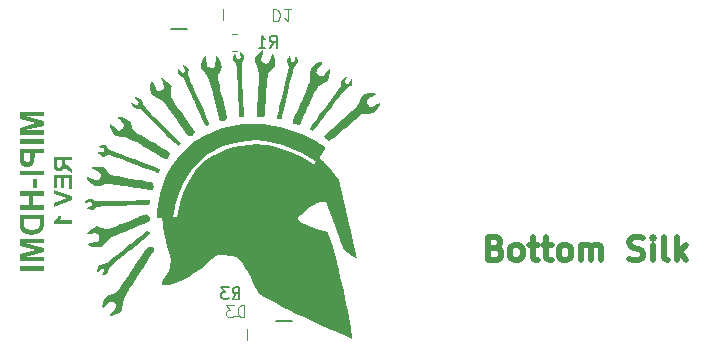
<source format=gbr>
%TF.GenerationSoftware,KiCad,Pcbnew,7.0.7*%
%TF.CreationDate,2023-11-23T16:05:50-08:00*%
%TF.ProjectId,MIPI2HDMI,4d495049-3248-4444-9d49-2e6b69636164,R1*%
%TF.SameCoordinates,Original*%
%TF.FileFunction,Legend,Bot*%
%TF.FilePolarity,Positive*%
%FSLAX46Y46*%
G04 Gerber Fmt 4.6, Leading zero omitted, Abs format (unit mm)*
G04 Created by KiCad (PCBNEW 7.0.7) date 2023-11-23 16:05:50*
%MOMM*%
%LPD*%
G01*
G04 APERTURE LIST*
%ADD10C,0.150000*%
%ADD11C,0.317500*%
%ADD12C,0.500000*%
%ADD13C,0.100000*%
%ADD14C,0.120000*%
G04 APERTURE END LIST*
D10*
X109530000Y-73680000D02*
X108230000Y-73680000D01*
X118415000Y-98400000D02*
X117115000Y-98400000D01*
D11*
G36*
X99833460Y-84827484D02*
G01*
X99190253Y-84827484D01*
X99190253Y-84890390D01*
X99190403Y-84909914D01*
X99190855Y-84928423D01*
X99191607Y-84945918D01*
X99192661Y-84962399D01*
X99194015Y-84977865D01*
X99196289Y-84996910D01*
X99199098Y-85014151D01*
X99202442Y-85029590D01*
X99207375Y-85046353D01*
X99212109Y-85058555D01*
X99219303Y-85073579D01*
X99227915Y-85088348D01*
X99237944Y-85102862D01*
X99249390Y-85117122D01*
X99259568Y-85128347D01*
X99270654Y-85139409D01*
X99280386Y-85148309D01*
X99292416Y-85158537D01*
X99306742Y-85170093D01*
X99323364Y-85182977D01*
X99335722Y-85192305D01*
X99349100Y-85202223D01*
X99363499Y-85212731D01*
X99378919Y-85223829D01*
X99395360Y-85235518D01*
X99412821Y-85247797D01*
X99431303Y-85260667D01*
X99450805Y-85274126D01*
X99471329Y-85288176D01*
X99492873Y-85302817D01*
X99833460Y-85526897D01*
X99833460Y-85897634D01*
X99531956Y-85710032D01*
X99509821Y-85696344D01*
X99488545Y-85683011D01*
X99468131Y-85670032D01*
X99448578Y-85657409D01*
X99429885Y-85645140D01*
X99412053Y-85633226D01*
X99395082Y-85621666D01*
X99378971Y-85610462D01*
X99363722Y-85599612D01*
X99349333Y-85589117D01*
X99335805Y-85578977D01*
X99323138Y-85569191D01*
X99311331Y-85559760D01*
X99295235Y-85546280D01*
X99281076Y-85533597D01*
X99272281Y-85525316D01*
X99259257Y-85512378D01*
X99246436Y-85498817D01*
X99233817Y-85484635D01*
X99221402Y-85469831D01*
X99209189Y-85454406D01*
X99197180Y-85438359D01*
X99185373Y-85421691D01*
X99173769Y-85404401D01*
X99162367Y-85386489D01*
X99151169Y-85367956D01*
X99147120Y-85392827D01*
X99142416Y-85416910D01*
X99137058Y-85440205D01*
X99131046Y-85462711D01*
X99124379Y-85484430D01*
X99117058Y-85505360D01*
X99109083Y-85525502D01*
X99100453Y-85544857D01*
X99091169Y-85563423D01*
X99081231Y-85581201D01*
X99070639Y-85598191D01*
X99059392Y-85614393D01*
X99047491Y-85629807D01*
X99034936Y-85644433D01*
X99021726Y-85658271D01*
X99007862Y-85671321D01*
X98993432Y-85683626D01*
X98978526Y-85695137D01*
X98963143Y-85705855D01*
X98947282Y-85715778D01*
X98930945Y-85724908D01*
X98914131Y-85733244D01*
X98896840Y-85740786D01*
X98879072Y-85747534D01*
X98860827Y-85753488D01*
X98842105Y-85758648D01*
X98822906Y-85763015D01*
X98803231Y-85766587D01*
X98783078Y-85769366D01*
X98762449Y-85771351D01*
X98741342Y-85772541D01*
X98719759Y-85772938D01*
X98702664Y-85772677D01*
X98685811Y-85771891D01*
X98669199Y-85770583D01*
X98652828Y-85768751D01*
X98636699Y-85766395D01*
X98620811Y-85763516D01*
X98605164Y-85760114D01*
X98589759Y-85756188D01*
X98574595Y-85751739D01*
X98559673Y-85746766D01*
X98544992Y-85741270D01*
X98530552Y-85735250D01*
X98516353Y-85728707D01*
X98502396Y-85721641D01*
X98488681Y-85714051D01*
X98475206Y-85705938D01*
X98462107Y-85697388D01*
X98449517Y-85688490D01*
X98437436Y-85679242D01*
X98425863Y-85669646D01*
X98409459Y-85654597D01*
X98394199Y-85638762D01*
X98380085Y-85622143D01*
X98367115Y-85604739D01*
X98355291Y-85586549D01*
X98344612Y-85567574D01*
X98335078Y-85547814D01*
X98326688Y-85527269D01*
X98321640Y-85512831D01*
X98316917Y-85497340D01*
X98312520Y-85480796D01*
X98308449Y-85463200D01*
X98304704Y-85444551D01*
X98301284Y-85424849D01*
X98298190Y-85404094D01*
X98295421Y-85382287D01*
X98292979Y-85359427D01*
X98290861Y-85335514D01*
X98289070Y-85310549D01*
X98287605Y-85284531D01*
X98286465Y-85257460D01*
X98285650Y-85229337D01*
X98285162Y-85200161D01*
X98285040Y-85185178D01*
X98284999Y-85169932D01*
X98284999Y-84827484D01*
X98547046Y-84827484D01*
X98547046Y-85069431D01*
X98547066Y-85092385D01*
X98547128Y-85114162D01*
X98547229Y-85134761D01*
X98547372Y-85154182D01*
X98547555Y-85172426D01*
X98547779Y-85189491D01*
X98548044Y-85205379D01*
X98548517Y-85227003D01*
X98549082Y-85245977D01*
X98549738Y-85262300D01*
X98550756Y-85279943D01*
X98552257Y-85295372D01*
X98555863Y-85313728D01*
X98560539Y-85331013D01*
X98566286Y-85347228D01*
X98573102Y-85362373D01*
X98580988Y-85376448D01*
X98589945Y-85389452D01*
X98599972Y-85401387D01*
X98611069Y-85412251D01*
X98623161Y-85421935D01*
X98636171Y-85430327D01*
X98650100Y-85437429D01*
X98664949Y-85443239D01*
X98680716Y-85447758D01*
X98697402Y-85450986D01*
X98715007Y-85452923D01*
X98733531Y-85453568D01*
X98750113Y-85453074D01*
X98765985Y-85451591D01*
X98781147Y-85449119D01*
X98799102Y-85444639D01*
X98815949Y-85438614D01*
X98831687Y-85431044D01*
X98846316Y-85421929D01*
X98851843Y-85417926D01*
X98864756Y-85407092D01*
X98876379Y-85395076D01*
X98886712Y-85381880D01*
X98895754Y-85367501D01*
X98903505Y-85351942D01*
X98909967Y-85335200D01*
X98913226Y-85323329D01*
X98916165Y-85308514D01*
X98918783Y-85290754D01*
X98921081Y-85270049D01*
X98922435Y-85254611D01*
X98923646Y-85237863D01*
X98924715Y-85219807D01*
X98925641Y-85200443D01*
X98926424Y-85179770D01*
X98927066Y-85157788D01*
X98927564Y-85134498D01*
X98927921Y-85109899D01*
X98928134Y-85083991D01*
X98928206Y-85056775D01*
X98928206Y-84827484D01*
X98547046Y-84827484D01*
X98284999Y-84827484D01*
X98284999Y-84517792D01*
X99833460Y-84517792D01*
X99833460Y-84827484D01*
G37*
G36*
X99833460Y-86056202D02*
G01*
X98284999Y-86056202D01*
X98284999Y-87194098D01*
X98547046Y-87194098D01*
X98547046Y-86366267D01*
X98880561Y-86366267D01*
X98880561Y-87136775D01*
X99142608Y-87136775D01*
X99142608Y-86366267D01*
X99571412Y-86366267D01*
X99571412Y-87223503D01*
X99833460Y-87223503D01*
X99833460Y-86056202D01*
G37*
G36*
X99833460Y-87869688D02*
G01*
X98284999Y-87321027D01*
X98284999Y-87657147D01*
X99428478Y-88045379D01*
X98284999Y-88421327D01*
X98284999Y-88750003D01*
X99833460Y-88200597D01*
X99833460Y-87869688D01*
G37*
G36*
X99833460Y-90180468D02*
G01*
X99833460Y-89886409D01*
X98713059Y-89886409D01*
X98732924Y-89866037D01*
X98752131Y-89845214D01*
X98770681Y-89823940D01*
X98788574Y-89802216D01*
X98805810Y-89780041D01*
X98822389Y-89757415D01*
X98838310Y-89734339D01*
X98853574Y-89710811D01*
X98868181Y-89686833D01*
X98882131Y-89662404D01*
X98895424Y-89637525D01*
X98908059Y-89612195D01*
X98920037Y-89586414D01*
X98931358Y-89560182D01*
X98942022Y-89533499D01*
X98952028Y-89506366D01*
X98666158Y-89506366D01*
X98661293Y-89520822D01*
X98655911Y-89535435D01*
X98650010Y-89550204D01*
X98643592Y-89565131D01*
X98636657Y-89580215D01*
X98629203Y-89595456D01*
X98621233Y-89610854D01*
X98612744Y-89626409D01*
X98603738Y-89642121D01*
X98594214Y-89657990D01*
X98584173Y-89674016D01*
X98573614Y-89690199D01*
X98562537Y-89706539D01*
X98550943Y-89723037D01*
X98538831Y-89739691D01*
X98526201Y-89756502D01*
X98513133Y-89773060D01*
X98499797Y-89788955D01*
X98486193Y-89804188D01*
X98472322Y-89818757D01*
X98458183Y-89832663D01*
X98443777Y-89845906D01*
X98429103Y-89858486D01*
X98414161Y-89870403D01*
X98398952Y-89881657D01*
X98383476Y-89892248D01*
X98367732Y-89902176D01*
X98351720Y-89911441D01*
X98335441Y-89920043D01*
X98318895Y-89927982D01*
X98302081Y-89935258D01*
X98284999Y-89941871D01*
X98284999Y-90180468D01*
X99833460Y-90180468D01*
G37*
D12*
X135671804Y-92251619D02*
X135957518Y-92346857D01*
X135957518Y-92346857D02*
X136052756Y-92442095D01*
X136052756Y-92442095D02*
X136147994Y-92632571D01*
X136147994Y-92632571D02*
X136147994Y-92918285D01*
X136147994Y-92918285D02*
X136052756Y-93108761D01*
X136052756Y-93108761D02*
X135957518Y-93204000D01*
X135957518Y-93204000D02*
X135767042Y-93299238D01*
X135767042Y-93299238D02*
X135005137Y-93299238D01*
X135005137Y-93299238D02*
X135005137Y-91299238D01*
X135005137Y-91299238D02*
X135671804Y-91299238D01*
X135671804Y-91299238D02*
X135862280Y-91394476D01*
X135862280Y-91394476D02*
X135957518Y-91489714D01*
X135957518Y-91489714D02*
X136052756Y-91680190D01*
X136052756Y-91680190D02*
X136052756Y-91870666D01*
X136052756Y-91870666D02*
X135957518Y-92061142D01*
X135957518Y-92061142D02*
X135862280Y-92156380D01*
X135862280Y-92156380D02*
X135671804Y-92251619D01*
X135671804Y-92251619D02*
X135005137Y-92251619D01*
X137290851Y-93299238D02*
X137100375Y-93204000D01*
X137100375Y-93204000D02*
X137005137Y-93108761D01*
X137005137Y-93108761D02*
X136909899Y-92918285D01*
X136909899Y-92918285D02*
X136909899Y-92346857D01*
X136909899Y-92346857D02*
X137005137Y-92156380D01*
X137005137Y-92156380D02*
X137100375Y-92061142D01*
X137100375Y-92061142D02*
X137290851Y-91965904D01*
X137290851Y-91965904D02*
X137576566Y-91965904D01*
X137576566Y-91965904D02*
X137767042Y-92061142D01*
X137767042Y-92061142D02*
X137862280Y-92156380D01*
X137862280Y-92156380D02*
X137957518Y-92346857D01*
X137957518Y-92346857D02*
X137957518Y-92918285D01*
X137957518Y-92918285D02*
X137862280Y-93108761D01*
X137862280Y-93108761D02*
X137767042Y-93204000D01*
X137767042Y-93204000D02*
X137576566Y-93299238D01*
X137576566Y-93299238D02*
X137290851Y-93299238D01*
X138528947Y-91965904D02*
X139290851Y-91965904D01*
X138814661Y-91299238D02*
X138814661Y-93013523D01*
X138814661Y-93013523D02*
X138909899Y-93204000D01*
X138909899Y-93204000D02*
X139100375Y-93299238D01*
X139100375Y-93299238D02*
X139290851Y-93299238D01*
X139671804Y-91965904D02*
X140433708Y-91965904D01*
X139957518Y-91299238D02*
X139957518Y-93013523D01*
X139957518Y-93013523D02*
X140052756Y-93204000D01*
X140052756Y-93204000D02*
X140243232Y-93299238D01*
X140243232Y-93299238D02*
X140433708Y-93299238D01*
X141386089Y-93299238D02*
X141195613Y-93204000D01*
X141195613Y-93204000D02*
X141100375Y-93108761D01*
X141100375Y-93108761D02*
X141005137Y-92918285D01*
X141005137Y-92918285D02*
X141005137Y-92346857D01*
X141005137Y-92346857D02*
X141100375Y-92156380D01*
X141100375Y-92156380D02*
X141195613Y-92061142D01*
X141195613Y-92061142D02*
X141386089Y-91965904D01*
X141386089Y-91965904D02*
X141671804Y-91965904D01*
X141671804Y-91965904D02*
X141862280Y-92061142D01*
X141862280Y-92061142D02*
X141957518Y-92156380D01*
X141957518Y-92156380D02*
X142052756Y-92346857D01*
X142052756Y-92346857D02*
X142052756Y-92918285D01*
X142052756Y-92918285D02*
X141957518Y-93108761D01*
X141957518Y-93108761D02*
X141862280Y-93204000D01*
X141862280Y-93204000D02*
X141671804Y-93299238D01*
X141671804Y-93299238D02*
X141386089Y-93299238D01*
X142909899Y-93299238D02*
X142909899Y-91965904D01*
X142909899Y-92156380D02*
X143005137Y-92061142D01*
X143005137Y-92061142D02*
X143195613Y-91965904D01*
X143195613Y-91965904D02*
X143481328Y-91965904D01*
X143481328Y-91965904D02*
X143671804Y-92061142D01*
X143671804Y-92061142D02*
X143767042Y-92251619D01*
X143767042Y-92251619D02*
X143767042Y-93299238D01*
X143767042Y-92251619D02*
X143862280Y-92061142D01*
X143862280Y-92061142D02*
X144052756Y-91965904D01*
X144052756Y-91965904D02*
X144338470Y-91965904D01*
X144338470Y-91965904D02*
X144528947Y-92061142D01*
X144528947Y-92061142D02*
X144624185Y-92251619D01*
X144624185Y-92251619D02*
X144624185Y-93299238D01*
X147005138Y-93204000D02*
X147290852Y-93299238D01*
X147290852Y-93299238D02*
X147767043Y-93299238D01*
X147767043Y-93299238D02*
X147957519Y-93204000D01*
X147957519Y-93204000D02*
X148052757Y-93108761D01*
X148052757Y-93108761D02*
X148147995Y-92918285D01*
X148147995Y-92918285D02*
X148147995Y-92727809D01*
X148147995Y-92727809D02*
X148052757Y-92537333D01*
X148052757Y-92537333D02*
X147957519Y-92442095D01*
X147957519Y-92442095D02*
X147767043Y-92346857D01*
X147767043Y-92346857D02*
X147386090Y-92251619D01*
X147386090Y-92251619D02*
X147195614Y-92156380D01*
X147195614Y-92156380D02*
X147100376Y-92061142D01*
X147100376Y-92061142D02*
X147005138Y-91870666D01*
X147005138Y-91870666D02*
X147005138Y-91680190D01*
X147005138Y-91680190D02*
X147100376Y-91489714D01*
X147100376Y-91489714D02*
X147195614Y-91394476D01*
X147195614Y-91394476D02*
X147386090Y-91299238D01*
X147386090Y-91299238D02*
X147862281Y-91299238D01*
X147862281Y-91299238D02*
X148147995Y-91394476D01*
X149005138Y-93299238D02*
X149005138Y-91965904D01*
X149005138Y-91299238D02*
X148909900Y-91394476D01*
X148909900Y-91394476D02*
X149005138Y-91489714D01*
X149005138Y-91489714D02*
X149100376Y-91394476D01*
X149100376Y-91394476D02*
X149005138Y-91299238D01*
X149005138Y-91299238D02*
X149005138Y-91489714D01*
X150243233Y-93299238D02*
X150052757Y-93204000D01*
X150052757Y-93204000D02*
X149957519Y-93013523D01*
X149957519Y-93013523D02*
X149957519Y-91299238D01*
X151005138Y-93299238D02*
X151005138Y-91299238D01*
X151195614Y-92537333D02*
X151767043Y-93299238D01*
X151767043Y-91965904D02*
X151005138Y-92727809D01*
G36*
X97420000Y-80724345D02*
G01*
X95387899Y-80724345D01*
X95387899Y-81332998D01*
X96774221Y-81698385D01*
X95387899Y-82059865D01*
X95387899Y-82669495D01*
X97420000Y-82669495D01*
X97420000Y-82291895D01*
X95820209Y-82291895D01*
X97420000Y-81891825D01*
X97420000Y-81500548D01*
X95820209Y-81101944D01*
X97420000Y-81101944D01*
X97420000Y-80724345D01*
G37*
G36*
X97420000Y-83048560D02*
G01*
X95387899Y-83048560D01*
X95387899Y-83454980D01*
X97420000Y-83454980D01*
X97420000Y-83048560D01*
G37*
G36*
X97420000Y-84245350D02*
G01*
X96638422Y-84245350D01*
X96638422Y-84510597D01*
X96638394Y-84527720D01*
X96638169Y-84561200D01*
X96637719Y-84593661D01*
X96637043Y-84625104D01*
X96636143Y-84655527D01*
X96635017Y-84684932D01*
X96633666Y-84713317D01*
X96632090Y-84740684D01*
X96630288Y-84767032D01*
X96628262Y-84792361D01*
X96626010Y-84816670D01*
X96623534Y-84839961D01*
X96620832Y-84862233D01*
X96617905Y-84883486D01*
X96614752Y-84903720D01*
X96609602Y-84932160D01*
X96606482Y-84945579D01*
X96601094Y-84965648D01*
X96594856Y-84985650D01*
X96587767Y-85005582D01*
X96579829Y-85025446D01*
X96571040Y-85045241D01*
X96561402Y-85064967D01*
X96550913Y-85084625D01*
X96539575Y-85104214D01*
X96527386Y-85123735D01*
X96514347Y-85143186D01*
X96505159Y-85155990D01*
X96490583Y-85174666D01*
X96475054Y-85192706D01*
X96458572Y-85210112D01*
X96441137Y-85226881D01*
X96422749Y-85243016D01*
X96403407Y-85258515D01*
X96383113Y-85273378D01*
X96361865Y-85287606D01*
X96339664Y-85301199D01*
X96316510Y-85314156D01*
X96300528Y-85322319D01*
X96275695Y-85333576D01*
X96249832Y-85343649D01*
X96222939Y-85352536D01*
X96195015Y-85360238D01*
X96175826Y-85364715D01*
X96156180Y-85368664D01*
X96136076Y-85372088D01*
X96115514Y-85374984D01*
X96094494Y-85377354D01*
X96073015Y-85379197D01*
X96051079Y-85380514D01*
X96028685Y-85381304D01*
X96005833Y-85381567D01*
X95976198Y-85381111D01*
X95947253Y-85379743D01*
X95918999Y-85377463D01*
X95891436Y-85374271D01*
X95864564Y-85370166D01*
X95838382Y-85365150D01*
X95812891Y-85359221D01*
X95788091Y-85352380D01*
X95763981Y-85344627D01*
X95740563Y-85335963D01*
X95717835Y-85326386D01*
X95695798Y-85315896D01*
X95674451Y-85304495D01*
X95653796Y-85292182D01*
X95633831Y-85278957D01*
X95614556Y-85264819D01*
X95596044Y-85250004D01*
X95578363Y-85234747D01*
X95561514Y-85219047D01*
X95545497Y-85202904D01*
X95530312Y-85186318D01*
X95515959Y-85169290D01*
X95502437Y-85151819D01*
X95489748Y-85133905D01*
X95477891Y-85115549D01*
X95466866Y-85096750D01*
X95456672Y-85077508D01*
X95447311Y-85057823D01*
X95438782Y-85037696D01*
X95431084Y-85017126D01*
X95424219Y-84996114D01*
X95418185Y-84974659D01*
X95414518Y-84959603D01*
X95409460Y-84933228D01*
X95406384Y-84913116D01*
X95403545Y-84890982D01*
X95400942Y-84866825D01*
X95398576Y-84840645D01*
X95396447Y-84812442D01*
X95394554Y-84782217D01*
X95392897Y-84749970D01*
X95391478Y-84715699D01*
X95390295Y-84679406D01*
X95389348Y-84641091D01*
X95388964Y-84621174D01*
X95388638Y-84600752D01*
X95388372Y-84579825D01*
X95388165Y-84558392D01*
X95388017Y-84536453D01*
X95387929Y-84514008D01*
X95387899Y-84491058D01*
X95387899Y-84245350D01*
X95731793Y-84245350D01*
X95731793Y-84441721D01*
X95731846Y-84468624D01*
X95732007Y-84494378D01*
X95732274Y-84518984D01*
X95732648Y-84542440D01*
X95733129Y-84564749D01*
X95733716Y-84585908D01*
X95734798Y-84615493D01*
X95736121Y-84642494D01*
X95737683Y-84666910D01*
X95739487Y-84688742D01*
X95742265Y-84713830D01*
X95745471Y-84734324D01*
X95750691Y-84758572D01*
X95757561Y-84781737D01*
X95766079Y-84803818D01*
X95776245Y-84824816D01*
X95788060Y-84844729D01*
X95801524Y-84863559D01*
X95816637Y-84881304D01*
X95833398Y-84897966D01*
X95837831Y-84901933D01*
X95856298Y-84916542D01*
X95875941Y-84929136D01*
X95896758Y-84939715D01*
X95918752Y-84948279D01*
X95941920Y-84954827D01*
X95966265Y-84959361D01*
X95991784Y-84961880D01*
X96011695Y-84962447D01*
X96033341Y-84961729D01*
X96054316Y-84959577D01*
X96074618Y-84955989D01*
X96094249Y-84950967D01*
X96113209Y-84944510D01*
X96131496Y-84936618D01*
X96149112Y-84927291D01*
X96166057Y-84916529D01*
X96182116Y-84904500D01*
X96197076Y-84891372D01*
X96210936Y-84877145D01*
X96223698Y-84861818D01*
X96235361Y-84845393D01*
X96245924Y-84827869D01*
X96255389Y-84809245D01*
X96263754Y-84789523D01*
X96265647Y-84784299D01*
X96272620Y-84760295D01*
X96277218Y-84739025D01*
X96281275Y-84714957D01*
X96284791Y-84688089D01*
X96286835Y-84668622D01*
X96288638Y-84647911D01*
X96290201Y-84625956D01*
X96291523Y-84602757D01*
X96292605Y-84578314D01*
X96293447Y-84552626D01*
X96294048Y-84525695D01*
X96294408Y-84497519D01*
X96294528Y-84468099D01*
X96294528Y-84245350D01*
X95731793Y-84245350D01*
X95387899Y-84245350D01*
X95387899Y-83838441D01*
X97420000Y-83838441D01*
X97420000Y-84245350D01*
G37*
G36*
X97420000Y-85692244D02*
G01*
X95387899Y-85692244D01*
X95387899Y-86098664D01*
X97420000Y-86098664D01*
X97420000Y-85692244D01*
G37*
G36*
X96888527Y-86435719D02*
G01*
X96544633Y-86435719D01*
X96544633Y-87193849D01*
X96888527Y-87193849D01*
X96888527Y-86435719D01*
G37*
G36*
X97420000Y-87415622D02*
G01*
X95387899Y-87415622D01*
X95387899Y-87822042D01*
X96200739Y-87822042D01*
X96200739Y-88619250D01*
X95387899Y-88619250D01*
X95387899Y-89025671D01*
X97420000Y-89025671D01*
X97420000Y-88619250D01*
X96544633Y-88619250D01*
X96544633Y-87822042D01*
X97420000Y-87822042D01*
X97420000Y-87415622D01*
G37*
G36*
X97420000Y-90198525D02*
G01*
X97419832Y-90226321D01*
X97419328Y-90253411D01*
X97418488Y-90279795D01*
X97417313Y-90305473D01*
X97415802Y-90330444D01*
X97413954Y-90354710D01*
X97411772Y-90378270D01*
X97409253Y-90401124D01*
X97406398Y-90423272D01*
X97403208Y-90444714D01*
X97399682Y-90465450D01*
X97395819Y-90485480D01*
X97391622Y-90504803D01*
X97384695Y-90532465D01*
X97377013Y-90558539D01*
X97373335Y-90569702D01*
X97365710Y-90591596D01*
X97357726Y-90612914D01*
X97349384Y-90633655D01*
X97340683Y-90653821D01*
X97331623Y-90673410D01*
X97322204Y-90692422D01*
X97312427Y-90710859D01*
X97302291Y-90728719D01*
X97291796Y-90746003D01*
X97280942Y-90762711D01*
X97269730Y-90778842D01*
X97252239Y-90801959D01*
X97233941Y-90823779D01*
X97214836Y-90844303D01*
X97197347Y-90861573D01*
X97179199Y-90878337D01*
X97160390Y-90894592D01*
X97140922Y-90910340D01*
X97120792Y-90925580D01*
X97100003Y-90940313D01*
X97078554Y-90954538D01*
X97056444Y-90968256D01*
X97033674Y-90981466D01*
X97010244Y-90994169D01*
X96986154Y-91006364D01*
X96961403Y-91018051D01*
X96935992Y-91029231D01*
X96909921Y-91039903D01*
X96883190Y-91050068D01*
X96855799Y-91059725D01*
X96832815Y-91067237D01*
X96809293Y-91074265D01*
X96785233Y-91080808D01*
X96760635Y-91086866D01*
X96735499Y-91092440D01*
X96709825Y-91097529D01*
X96683613Y-91102134D01*
X96656863Y-91106253D01*
X96629574Y-91109888D01*
X96601748Y-91113039D01*
X96573383Y-91115704D01*
X96544480Y-91117885D01*
X96515040Y-91119582D01*
X96485061Y-91120793D01*
X96454544Y-91121520D01*
X96423489Y-91121763D01*
X96388125Y-91121505D01*
X96353475Y-91120732D01*
X96319539Y-91119444D01*
X96286316Y-91117641D01*
X96253807Y-91115323D01*
X96222011Y-91112489D01*
X96190929Y-91109140D01*
X96160561Y-91105276D01*
X96130907Y-91100897D01*
X96101966Y-91096003D01*
X96073739Y-91090593D01*
X96046225Y-91084668D01*
X96019425Y-91078228D01*
X95993339Y-91071273D01*
X95967966Y-91063803D01*
X95943307Y-91055817D01*
X95919181Y-91047337D01*
X95895527Y-91038384D01*
X95872347Y-91028958D01*
X95849640Y-91019059D01*
X95827406Y-91008686D01*
X95805646Y-90997840D01*
X95784359Y-90986521D01*
X95763545Y-90974728D01*
X95743204Y-90962463D01*
X95723336Y-90949724D01*
X95703942Y-90936512D01*
X95685020Y-90922827D01*
X95666572Y-90908668D01*
X95648598Y-90894037D01*
X95631096Y-90878932D01*
X95614068Y-90863354D01*
X95597536Y-90847342D01*
X95581645Y-90830938D01*
X95566395Y-90814141D01*
X95551786Y-90796950D01*
X95537818Y-90779367D01*
X95524492Y-90761390D01*
X95511806Y-90743020D01*
X95499762Y-90724257D01*
X95488359Y-90705102D01*
X95477597Y-90685553D01*
X95467476Y-90665611D01*
X95457997Y-90645275D01*
X95449158Y-90624547D01*
X95440961Y-90603426D01*
X95433405Y-90581912D01*
X95426489Y-90560004D01*
X95419593Y-90534223D01*
X95413375Y-90506337D01*
X95409606Y-90486579D01*
X95406139Y-90465885D01*
X95402973Y-90444256D01*
X95400109Y-90421692D01*
X95397547Y-90398193D01*
X95395285Y-90373759D01*
X95393326Y-90348391D01*
X95391668Y-90322087D01*
X95390311Y-90294848D01*
X95389256Y-90266674D01*
X95388502Y-90237565D01*
X95388050Y-90207522D01*
X95387899Y-90176543D01*
X95387899Y-89839976D01*
X95731793Y-89839976D01*
X95731793Y-90022670D01*
X95731812Y-90038050D01*
X95731965Y-90067851D01*
X95732270Y-90096374D01*
X95732728Y-90123619D01*
X95733339Y-90149585D01*
X95734102Y-90174273D01*
X95735018Y-90197682D01*
X95736086Y-90219812D01*
X95737307Y-90240665D01*
X95738681Y-90260238D01*
X95741028Y-90287202D01*
X95743719Y-90311289D01*
X95746753Y-90332500D01*
X95751332Y-90356306D01*
X95754626Y-90370435D01*
X95760239Y-90391036D01*
X95766659Y-90410924D01*
X95773886Y-90430100D01*
X95781920Y-90448563D01*
X95790761Y-90466313D01*
X95800410Y-90483350D01*
X95814530Y-90504958D01*
X95830085Y-90525299D01*
X95847076Y-90544373D01*
X95851526Y-90548981D01*
X95870417Y-90566765D01*
X95885727Y-90579421D01*
X95902016Y-90591494D01*
X95919284Y-90602983D01*
X95937530Y-90613888D01*
X95956756Y-90624209D01*
X95976960Y-90633947D01*
X95998144Y-90643100D01*
X96020306Y-90651670D01*
X96043447Y-90659655D01*
X96059626Y-90664683D01*
X96085490Y-90671617D01*
X96113270Y-90677821D01*
X96132853Y-90681551D01*
X96153287Y-90684957D01*
X96174573Y-90688039D01*
X96196709Y-90690796D01*
X96219697Y-90693229D01*
X96243535Y-90695338D01*
X96268225Y-90697122D01*
X96293765Y-90698581D01*
X96320157Y-90699717D01*
X96347399Y-90700528D01*
X96375493Y-90701014D01*
X96404438Y-90701176D01*
X96433484Y-90701014D01*
X96461758Y-90700528D01*
X96489263Y-90699717D01*
X96515996Y-90698581D01*
X96541958Y-90697122D01*
X96567149Y-90695338D01*
X96591570Y-90693229D01*
X96615219Y-90690796D01*
X96638098Y-90688039D01*
X96660206Y-90684957D01*
X96681543Y-90681551D01*
X96702109Y-90677821D01*
X96721904Y-90673766D01*
X96750151Y-90667076D01*
X96776664Y-90659655D01*
X96793400Y-90654431D01*
X96817381Y-90646236D01*
X96840014Y-90637612D01*
X96861299Y-90628559D01*
X96881236Y-90619077D01*
X96899825Y-90609165D01*
X96917065Y-90598823D01*
X96937956Y-90584367D01*
X96956449Y-90569148D01*
X96972547Y-90553165D01*
X96986789Y-90536397D01*
X96999963Y-90518574D01*
X97012068Y-90499699D01*
X97023105Y-90479770D01*
X97033073Y-90458788D01*
X97041973Y-90436753D01*
X97049804Y-90413664D01*
X97056566Y-90389523D01*
X97058932Y-90379688D01*
X97063206Y-90357798D01*
X97066870Y-90332946D01*
X97069217Y-90312364D01*
X97071221Y-90290116D01*
X97072881Y-90266202D01*
X97074197Y-90240622D01*
X97075171Y-90213377D01*
X97075800Y-90184465D01*
X97076029Y-90164266D01*
X97076106Y-90143326D01*
X97076106Y-89839976D01*
X95731793Y-89839976D01*
X95387899Y-89839976D01*
X95387899Y-89433068D01*
X97420000Y-89433068D01*
X97420000Y-90198525D01*
G37*
G36*
X97420000Y-91449537D02*
G01*
X95387899Y-91449537D01*
X95387899Y-92058190D01*
X96774221Y-92423577D01*
X95387899Y-92785056D01*
X95387899Y-93394687D01*
X97420000Y-93394687D01*
X97420000Y-93017087D01*
X95820209Y-93017087D01*
X97420000Y-92617017D01*
X97420000Y-92225740D01*
X95820209Y-91827136D01*
X97420000Y-91827136D01*
X97420000Y-91449537D01*
G37*
G36*
X97420000Y-93773752D02*
G01*
X95387899Y-93773752D01*
X95387899Y-94180172D01*
X97420000Y-94180172D01*
X97420000Y-93773752D01*
G37*
D13*
X116826905Y-72052580D02*
X116826905Y-73052580D01*
X116826905Y-73052580D02*
X117065000Y-73052580D01*
X117065000Y-73052580D02*
X117207857Y-73004961D01*
X117207857Y-73004961D02*
X117303095Y-72909723D01*
X117303095Y-72909723D02*
X117350714Y-72814485D01*
X117350714Y-72814485D02*
X117398333Y-72624009D01*
X117398333Y-72624009D02*
X117398333Y-72481152D01*
X117398333Y-72481152D02*
X117350714Y-72290676D01*
X117350714Y-72290676D02*
X117303095Y-72195438D01*
X117303095Y-72195438D02*
X117207857Y-72100200D01*
X117207857Y-72100200D02*
X117065000Y-72052580D01*
X117065000Y-72052580D02*
X116826905Y-72052580D01*
X118350714Y-72052580D02*
X117779286Y-72052580D01*
X118065000Y-72052580D02*
X118065000Y-73052580D01*
X118065000Y-73052580D02*
X117969762Y-72909723D01*
X117969762Y-72909723D02*
X117874524Y-72814485D01*
X117874524Y-72814485D02*
X117779286Y-72766866D01*
D10*
X116561666Y-75284819D02*
X116894999Y-74808628D01*
X117133094Y-75284819D02*
X117133094Y-74284819D01*
X117133094Y-74284819D02*
X116752142Y-74284819D01*
X116752142Y-74284819D02*
X116656904Y-74332438D01*
X116656904Y-74332438D02*
X116609285Y-74380057D01*
X116609285Y-74380057D02*
X116561666Y-74475295D01*
X116561666Y-74475295D02*
X116561666Y-74618152D01*
X116561666Y-74618152D02*
X116609285Y-74713390D01*
X116609285Y-74713390D02*
X116656904Y-74761009D01*
X116656904Y-74761009D02*
X116752142Y-74808628D01*
X116752142Y-74808628D02*
X117133094Y-74808628D01*
X115609285Y-75284819D02*
X116180713Y-75284819D01*
X115894999Y-75284819D02*
X115894999Y-74284819D01*
X115894999Y-74284819D02*
X115990237Y-74427676D01*
X115990237Y-74427676D02*
X116085475Y-74522914D01*
X116085475Y-74522914D02*
X116180713Y-74570533D01*
X113401666Y-96574819D02*
X113734999Y-96098628D01*
X113973094Y-96574819D02*
X113973094Y-95574819D01*
X113973094Y-95574819D02*
X113592142Y-95574819D01*
X113592142Y-95574819D02*
X113496904Y-95622438D01*
X113496904Y-95622438D02*
X113449285Y-95670057D01*
X113449285Y-95670057D02*
X113401666Y-95765295D01*
X113401666Y-95765295D02*
X113401666Y-95908152D01*
X113401666Y-95908152D02*
X113449285Y-96003390D01*
X113449285Y-96003390D02*
X113496904Y-96051009D01*
X113496904Y-96051009D02*
X113592142Y-96098628D01*
X113592142Y-96098628D02*
X113973094Y-96098628D01*
X113068332Y-95574819D02*
X112449285Y-95574819D01*
X112449285Y-95574819D02*
X112782618Y-95955771D01*
X112782618Y-95955771D02*
X112639761Y-95955771D01*
X112639761Y-95955771D02*
X112544523Y-96003390D01*
X112544523Y-96003390D02*
X112496904Y-96051009D01*
X112496904Y-96051009D02*
X112449285Y-96146247D01*
X112449285Y-96146247D02*
X112449285Y-96384342D01*
X112449285Y-96384342D02*
X112496904Y-96479580D01*
X112496904Y-96479580D02*
X112544523Y-96527200D01*
X112544523Y-96527200D02*
X112639761Y-96574819D01*
X112639761Y-96574819D02*
X112925475Y-96574819D01*
X112925475Y-96574819D02*
X113020713Y-96527200D01*
X113020713Y-96527200D02*
X113068332Y-96479580D01*
D13*
X114413094Y-98107419D02*
X114413094Y-97107419D01*
X114413094Y-97107419D02*
X114174999Y-97107419D01*
X114174999Y-97107419D02*
X114032142Y-97155038D01*
X114032142Y-97155038D02*
X113936904Y-97250276D01*
X113936904Y-97250276D02*
X113889285Y-97345514D01*
X113889285Y-97345514D02*
X113841666Y-97535990D01*
X113841666Y-97535990D02*
X113841666Y-97678847D01*
X113841666Y-97678847D02*
X113889285Y-97869323D01*
X113889285Y-97869323D02*
X113936904Y-97964561D01*
X113936904Y-97964561D02*
X114032142Y-98059800D01*
X114032142Y-98059800D02*
X114174999Y-98107419D01*
X114174999Y-98107419D02*
X114413094Y-98107419D01*
X113508332Y-97107419D02*
X112889285Y-97107419D01*
X112889285Y-97107419D02*
X113222618Y-97488371D01*
X113222618Y-97488371D02*
X113079761Y-97488371D01*
X113079761Y-97488371D02*
X112984523Y-97535990D01*
X112984523Y-97535990D02*
X112936904Y-97583609D01*
X112936904Y-97583609D02*
X112889285Y-97678847D01*
X112889285Y-97678847D02*
X112889285Y-97916942D01*
X112889285Y-97916942D02*
X112936904Y-98012180D01*
X112936904Y-98012180D02*
X112984523Y-98059800D01*
X112984523Y-98059800D02*
X113079761Y-98107419D01*
X113079761Y-98107419D02*
X113365475Y-98107419D01*
X113365475Y-98107419D02*
X113460713Y-98059800D01*
X113460713Y-98059800D02*
X113508332Y-98012180D01*
%TO.C,G\u002A\u002A\u002A*%
G36*
X105237978Y-79493910D02*
G01*
X105366928Y-79515151D01*
X105497540Y-79552108D01*
X105599928Y-79599753D01*
X105611040Y-79607604D01*
X105708281Y-79732807D01*
X105789313Y-79946936D01*
X105802234Y-79991498D01*
X105823595Y-80053099D01*
X105852930Y-80115331D01*
X105896190Y-80184759D01*
X105959330Y-80267945D01*
X106048301Y-80371455D01*
X106169059Y-80501853D01*
X106327555Y-80665703D01*
X106529742Y-80869570D01*
X106781575Y-81120017D01*
X107089006Y-81423610D01*
X107457989Y-81786912D01*
X109049972Y-83353545D01*
X108968505Y-83477881D01*
X108888624Y-83565680D01*
X108810915Y-83602216D01*
X108767506Y-83573635D01*
X108662862Y-83484466D01*
X108504768Y-83341135D01*
X108300171Y-83150193D01*
X108056016Y-82918190D01*
X107779251Y-82651677D01*
X107476821Y-82357205D01*
X107155673Y-82041323D01*
X105576554Y-80480429D01*
X105366457Y-80480429D01*
X105356127Y-80480343D01*
X105152637Y-80435213D01*
X104989472Y-80306114D01*
X104864247Y-80091200D01*
X104831929Y-79996919D01*
X104839223Y-79939465D01*
X104905399Y-79950667D01*
X105035338Y-80028743D01*
X105152838Y-80102187D01*
X105263179Y-80141527D01*
X105344885Y-80115909D01*
X105420938Y-80025118D01*
X105424933Y-80019017D01*
X105465843Y-79947721D01*
X105466095Y-79893079D01*
X105415294Y-79829026D01*
X105303046Y-79729494D01*
X105222435Y-79656510D01*
X105137258Y-79567868D01*
X105104500Y-79516380D01*
X105140580Y-79493417D01*
X105237978Y-79493910D01*
G37*
G36*
X123065389Y-77790675D02*
G01*
X123011085Y-77920683D01*
X122950121Y-78076733D01*
X122952456Y-78216133D01*
X123035558Y-78306615D01*
X123079860Y-78327030D01*
X123180555Y-78334785D01*
X123269319Y-78268039D01*
X123361785Y-78117743D01*
X123392267Y-78061949D01*
X123458413Y-77964718D01*
X123505821Y-77926239D01*
X123509970Y-77926867D01*
X123537253Y-77977242D01*
X123549911Y-78086137D01*
X123548157Y-78222297D01*
X123532204Y-78354467D01*
X123502262Y-78451392D01*
X123460146Y-78498916D01*
X123347196Y-78579321D01*
X123200176Y-78656157D01*
X123181456Y-78664530D01*
X123122267Y-78693427D01*
X123064126Y-78728397D01*
X123002239Y-78775259D01*
X122931815Y-78839832D01*
X122848061Y-78927935D01*
X122746184Y-79045386D01*
X122621390Y-79198005D01*
X122468889Y-79391611D01*
X122283886Y-79632022D01*
X122061590Y-79925058D01*
X121797207Y-80276537D01*
X121485945Y-80692278D01*
X121123012Y-81178101D01*
X121040138Y-81288782D01*
X120829878Y-81566745D01*
X120639072Y-81814995D01*
X120475055Y-82024245D01*
X120345162Y-82185207D01*
X120256728Y-82288595D01*
X120217088Y-82325121D01*
X120176576Y-82316913D01*
X120080199Y-82263497D01*
X119994431Y-82186312D01*
X119957374Y-82116034D01*
X119979128Y-82076189D01*
X120052939Y-81967027D01*
X120173529Y-81797287D01*
X120335232Y-81574705D01*
X120532378Y-81307021D01*
X120759298Y-81001974D01*
X121010324Y-80667302D01*
X121279786Y-80310745D01*
X122602199Y-78567279D01*
X122616006Y-78284375D01*
X122616515Y-78274027D01*
X122628757Y-78116709D01*
X122658071Y-78016065D01*
X122722731Y-77936058D01*
X122841011Y-77840651D01*
X122857524Y-77828207D01*
X122988063Y-77744180D01*
X123057533Y-77731755D01*
X123065389Y-77790675D01*
G37*
G36*
X102653430Y-83573754D02*
G01*
X102807886Y-83713581D01*
X102893737Y-83799153D01*
X103030059Y-83916054D01*
X103142290Y-83991604D01*
X103161889Y-84000609D01*
X103269345Y-84044624D01*
X103451070Y-84115770D01*
X103696621Y-84210126D01*
X103995555Y-84323768D01*
X104337431Y-84452776D01*
X104711806Y-84593228D01*
X105108238Y-84741202D01*
X105516283Y-84892776D01*
X105925499Y-85044028D01*
X106325444Y-85191036D01*
X106705676Y-85329879D01*
X106871119Y-85393422D01*
X107044729Y-85468696D01*
X107167635Y-85532287D01*
X107220367Y-85574926D01*
X107224442Y-85646503D01*
X107193656Y-85757374D01*
X107141347Y-85833874D01*
X107072367Y-85872608D01*
X107041736Y-85864919D01*
X106928718Y-85827942D01*
X106742913Y-85763408D01*
X106493670Y-85674678D01*
X106190337Y-85565115D01*
X105842263Y-85438081D01*
X105458797Y-85296937D01*
X105049286Y-85145047D01*
X104772532Y-85042089D01*
X104376233Y-84894926D01*
X104010823Y-84759547D01*
X103685926Y-84639500D01*
X103411165Y-84538333D01*
X103196164Y-84459594D01*
X103050546Y-84406831D01*
X102983934Y-84383592D01*
X102974189Y-84380975D01*
X102838004Y-84381887D01*
X102661766Y-84430323D01*
X102450653Y-84510948D01*
X102232658Y-84375856D01*
X102107714Y-84293730D01*
X102012131Y-84210931D01*
X102004000Y-84159056D01*
X102083600Y-84134470D01*
X102251209Y-84133536D01*
X102527393Y-84146164D01*
X102541799Y-83973384D01*
X102546491Y-83905133D01*
X102535406Y-83829530D01*
X102478776Y-83792222D01*
X102352600Y-83767033D01*
X102290578Y-83756284D01*
X102131739Y-83719053D01*
X102063110Y-83679975D01*
X102081308Y-83635348D01*
X102182950Y-83581471D01*
X102346271Y-83524365D01*
X102509371Y-83512757D01*
X102653430Y-83573754D01*
G37*
G36*
X118793824Y-75996599D02*
G01*
X118847530Y-76069466D01*
X118903043Y-76187143D01*
X118946510Y-76317584D01*
X118964078Y-76428741D01*
X118955474Y-76478530D01*
X118891201Y-76611378D01*
X118776401Y-76765635D01*
X118699024Y-76864947D01*
X118600143Y-77023797D01*
X118542498Y-77158735D01*
X118482900Y-77389499D01*
X118400941Y-77716005D01*
X118306297Y-78102130D01*
X118196986Y-78556049D01*
X118071026Y-79085941D01*
X117926434Y-79699982D01*
X117892724Y-79843663D01*
X117811002Y-80191964D01*
X117736515Y-80509386D01*
X117672138Y-80783685D01*
X117620745Y-81002616D01*
X117585209Y-81153936D01*
X117568404Y-81225401D01*
X117553842Y-81268709D01*
X117496565Y-81318851D01*
X117377148Y-81331825D01*
X117251156Y-81314080D01*
X117184463Y-81262631D01*
X117186918Y-81222909D01*
X117208591Y-81097831D01*
X117249026Y-80897992D01*
X117306118Y-80632936D01*
X117377761Y-80312209D01*
X117461850Y-79945355D01*
X117556280Y-79541919D01*
X117658946Y-79111446D01*
X117739715Y-78774308D01*
X117837673Y-78361110D01*
X117926612Y-77981143D01*
X118004303Y-77644187D01*
X118068517Y-77360022D01*
X118117023Y-77138429D01*
X118147593Y-76989186D01*
X118157998Y-76922074D01*
X118157103Y-76907699D01*
X118127341Y-76787172D01*
X118069141Y-76651555D01*
X118058386Y-76630389D01*
X118014495Y-76467995D01*
X118043893Y-76295973D01*
X118149601Y-76093371D01*
X118211530Y-76013291D01*
X118261669Y-75999335D01*
X118293507Y-76072102D01*
X118311234Y-76235270D01*
X118325530Y-76483594D01*
X118490635Y-76483594D01*
X118581868Y-76479825D01*
X118637931Y-76452809D01*
X118669293Y-76379104D01*
X118695267Y-76235270D01*
X118713770Y-76138262D01*
X118745014Y-76029329D01*
X118773097Y-75986946D01*
X118793824Y-75996599D01*
G37*
G36*
X114207858Y-75761578D02*
G01*
X114297399Y-75870498D01*
X114367831Y-76033610D01*
X114359486Y-76211526D01*
X114274553Y-76426058D01*
X114252979Y-76469579D01*
X114224832Y-76537666D01*
X114205203Y-76613721D01*
X114193257Y-76712173D01*
X114188160Y-76847448D01*
X114189078Y-77033975D01*
X114195178Y-77286181D01*
X114205625Y-77618494D01*
X114209651Y-77736569D01*
X114223886Y-78111302D01*
X114241824Y-78539220D01*
X114262123Y-78990136D01*
X114283439Y-79433863D01*
X114304430Y-79840213D01*
X114318632Y-80114345D01*
X114334673Y-80476258D01*
X114342788Y-80753073D01*
X114343046Y-80950411D01*
X114335516Y-81073891D01*
X114320267Y-81129133D01*
X114248661Y-81171340D01*
X114137582Y-81188237D01*
X114032470Y-81174791D01*
X113975074Y-81130801D01*
X113974870Y-81130105D01*
X113968341Y-81066916D01*
X113958617Y-80920551D01*
X113946260Y-80701881D01*
X113931831Y-80421777D01*
X113915890Y-80091112D01*
X113898999Y-79720757D01*
X113881718Y-79321583D01*
X113875262Y-79168374D01*
X113852550Y-78630351D01*
X113832962Y-78176853D01*
X113815671Y-77799940D01*
X113799845Y-77491673D01*
X113784656Y-77244114D01*
X113769274Y-77049323D01*
X113752870Y-76899361D01*
X113734613Y-76786290D01*
X113713675Y-76702171D01*
X113689225Y-76639064D01*
X113660435Y-76589031D01*
X113626474Y-76544132D01*
X113586513Y-76496430D01*
X113527769Y-76418815D01*
X113464925Y-76307817D01*
X113451359Y-76236010D01*
X113468092Y-76161784D01*
X113477299Y-76039418D01*
X113492512Y-75937156D01*
X113544527Y-75818613D01*
X113572052Y-75783826D01*
X113604672Y-75769442D01*
X113632427Y-75820337D01*
X113668032Y-75950041D01*
X113710223Y-76090022D01*
X113778323Y-76213369D01*
X113864981Y-76256925D01*
X113979871Y-76229353D01*
X113992596Y-76223491D01*
X114052775Y-76187546D01*
X114081336Y-76135523D01*
X114084999Y-76041480D01*
X114070481Y-75879475D01*
X114039720Y-75584898D01*
X114207858Y-75761578D01*
G37*
G36*
X109393589Y-76815545D02*
G01*
X109510757Y-76887611D01*
X109629532Y-77010167D01*
X109679142Y-77166060D01*
X109671950Y-77380377D01*
X109665029Y-77445143D01*
X109663073Y-77508895D01*
X109668925Y-77578879D01*
X109685424Y-77662365D01*
X109715409Y-77766617D01*
X109761718Y-77898903D01*
X109827192Y-78066490D01*
X109914669Y-78276645D01*
X110026988Y-78536635D01*
X110166988Y-78853727D01*
X110337509Y-79235186D01*
X110541389Y-79688282D01*
X110781468Y-80220280D01*
X110875133Y-80427710D01*
X111038715Y-80790455D01*
X111168499Y-81080134D01*
X111267863Y-81305599D01*
X111340184Y-81475702D01*
X111388838Y-81599296D01*
X111417201Y-81685234D01*
X111428651Y-81742366D01*
X111426565Y-81779547D01*
X111414318Y-81805628D01*
X111395288Y-81829462D01*
X111329108Y-81874251D01*
X111212942Y-81899397D01*
X111209739Y-81899371D01*
X111178992Y-81894899D01*
X111147500Y-81877604D01*
X111111524Y-81840110D01*
X111067327Y-81775043D01*
X111011171Y-81675026D01*
X110939317Y-81532685D01*
X110848027Y-81340643D01*
X110733563Y-81091527D01*
X110592188Y-80777960D01*
X110420162Y-80392567D01*
X110213748Y-79927973D01*
X110069031Y-79603038D01*
X109893684Y-79212474D01*
X109730788Y-78853065D01*
X109584614Y-78534054D01*
X109459429Y-78264681D01*
X109359501Y-78054188D01*
X109289100Y-77911817D01*
X109252494Y-77846808D01*
X109174081Y-77771443D01*
X109096484Y-77737040D01*
X109019837Y-77713798D01*
X108913869Y-77620047D01*
X108824448Y-77478282D01*
X108771484Y-77314395D01*
X108764431Y-77267879D01*
X108759954Y-77125518D01*
X108792629Y-77067749D01*
X108858420Y-77096783D01*
X108953289Y-77214831D01*
X108998620Y-77278604D01*
X109106555Y-77380987D01*
X109210675Y-77396114D01*
X109323016Y-77327660D01*
X109384533Y-77262894D01*
X109401699Y-77199930D01*
X109369292Y-77113992D01*
X109284344Y-76978267D01*
X109279139Y-76970358D01*
X109203956Y-76834969D01*
X109197925Y-76764104D01*
X109261114Y-76757663D01*
X109393589Y-76815545D01*
G37*
G36*
X101687437Y-88197369D02*
G01*
X101705572Y-88208389D01*
X101766289Y-88240237D01*
X101835064Y-88263388D01*
X101926318Y-88279049D01*
X102054473Y-88288429D01*
X102233952Y-88292737D01*
X102479175Y-88293180D01*
X102804566Y-88290967D01*
X102979827Y-88288986D01*
X103346355Y-88282793D01*
X103764469Y-88273714D01*
X104206819Y-88262418D01*
X104646055Y-88249575D01*
X105054826Y-88235855D01*
X105079872Y-88234954D01*
X105419310Y-88224143D01*
X105726683Y-88216860D01*
X105989501Y-88213206D01*
X106195275Y-88213282D01*
X106331514Y-88217190D01*
X106385730Y-88225032D01*
X106428627Y-88294627D01*
X106451613Y-88422764D01*
X106418024Y-88531179D01*
X106416478Y-88533055D01*
X106391077Y-88551052D01*
X106343023Y-88566681D01*
X106264323Y-88580413D01*
X106146986Y-88592721D01*
X105983020Y-88604077D01*
X105764432Y-88614951D01*
X105483232Y-88625817D01*
X105131426Y-88637146D01*
X104701023Y-88649409D01*
X104184032Y-88663080D01*
X103696750Y-88675804D01*
X103249868Y-88688279D01*
X102881226Y-88700258D01*
X102582315Y-88712688D01*
X102344627Y-88726519D01*
X102159654Y-88742700D01*
X102018888Y-88762179D01*
X101913821Y-88785905D01*
X101835945Y-88814827D01*
X101776751Y-88849893D01*
X101727732Y-88892052D01*
X101680378Y-88942253D01*
X101645580Y-88980351D01*
X101595330Y-89022356D01*
X101534973Y-89035804D01*
X101436979Y-89023925D01*
X101273816Y-88989948D01*
X101226382Y-88978944D01*
X101095021Y-88931646D01*
X101057539Y-88881660D01*
X101114084Y-88832302D01*
X101264801Y-88786889D01*
X101284454Y-88782429D01*
X101434625Y-88718339D01*
X101500206Y-88615561D01*
X101485035Y-88468548D01*
X101463665Y-88419485D01*
X101419586Y-88389929D01*
X101331408Y-88385237D01*
X101174399Y-88399947D01*
X101082081Y-88408678D01*
X100947600Y-88407448D01*
X100902036Y-88376542D01*
X100943993Y-88313448D01*
X101072078Y-88215654D01*
X101079111Y-88210917D01*
X101283812Y-88114853D01*
X101481817Y-88110479D01*
X101687437Y-88197369D01*
G37*
G36*
X125343041Y-79126156D02*
G01*
X125468270Y-79149184D01*
X125525285Y-79186066D01*
X125522458Y-79199325D01*
X125464142Y-79257771D01*
X125346774Y-79340561D01*
X125188535Y-79434293D01*
X125131670Y-79466183D01*
X124971719Y-79563609D01*
X124850523Y-79648787D01*
X124790766Y-79706207D01*
X124768952Y-79799858D01*
X124786775Y-79949140D01*
X124843043Y-80098873D01*
X124926760Y-80208455D01*
X124982411Y-80248133D01*
X125074552Y-80281970D01*
X125185301Y-80274235D01*
X125335197Y-80222077D01*
X125544780Y-80122644D01*
X125588273Y-80101085D01*
X125741402Y-80031066D01*
X125854905Y-79988294D01*
X125906825Y-79981339D01*
X125915963Y-80009181D01*
X125887984Y-80104777D01*
X125809961Y-80243508D01*
X125691808Y-80408916D01*
X125543437Y-80584547D01*
X125300822Y-80850007D01*
X124836299Y-80866242D01*
X124371777Y-80882477D01*
X124041343Y-81152925D01*
X123924421Y-81250373D01*
X123744258Y-81403141D01*
X123518901Y-81595932D01*
X123261689Y-81817295D01*
X122985961Y-82055783D01*
X122705054Y-82299945D01*
X122586887Y-82402597D01*
X122257783Y-82684031D01*
X121994897Y-82901081D01*
X121796883Y-83054807D01*
X121662394Y-83146267D01*
X121590085Y-83176518D01*
X121567961Y-83174827D01*
X121445462Y-83124321D01*
X121321644Y-83024566D01*
X121226109Y-82903976D01*
X121188455Y-82790967D01*
X121194348Y-82757151D01*
X121248554Y-82664825D01*
X121366087Y-82539659D01*
X121555029Y-82372429D01*
X121825848Y-82142734D01*
X122123875Y-81886631D01*
X122428548Y-81621911D01*
X122730043Y-81357327D01*
X123018537Y-81101635D01*
X123284204Y-80863590D01*
X123517220Y-80651947D01*
X123707762Y-80475460D01*
X123846004Y-80342885D01*
X123922123Y-80262976D01*
X123979555Y-80184874D01*
X124086915Y-80003373D01*
X124171638Y-79818231D01*
X124188107Y-79774764D01*
X124292135Y-79534280D01*
X124395734Y-79366813D01*
X124512256Y-79254749D01*
X124655052Y-79180475D01*
X124667787Y-79175840D01*
X124811972Y-79141823D01*
X124989502Y-79122312D01*
X125174989Y-79117144D01*
X125343041Y-79126156D01*
G37*
G36*
X107543617Y-77883438D02*
G01*
X107695049Y-78003687D01*
X107886797Y-78187331D01*
X108235638Y-78543024D01*
X108195977Y-78790404D01*
X108185199Y-78865653D01*
X108164498Y-79070173D01*
X108156244Y-79250730D01*
X108156413Y-79269291D01*
X108160900Y-79331240D01*
X108174967Y-79396937D01*
X108203236Y-79473645D01*
X108250329Y-79568630D01*
X108320868Y-79689155D01*
X108419475Y-79842486D01*
X108550770Y-80035886D01*
X108719375Y-80276621D01*
X108929913Y-80571954D01*
X109187005Y-80929151D01*
X109495272Y-81355475D01*
X109635801Y-81550692D01*
X109813564Y-81801011D01*
X109966978Y-82020942D01*
X110088152Y-82199007D01*
X110169191Y-82323727D01*
X110202204Y-82383623D01*
X110204214Y-82403613D01*
X110164390Y-82503869D01*
X110058147Y-82631947D01*
X110034161Y-82655700D01*
X109933475Y-82744871D01*
X109845890Y-82791273D01*
X109760506Y-82788897D01*
X109666425Y-82731732D01*
X109552747Y-82613767D01*
X109408572Y-82428992D01*
X109223002Y-82171397D01*
X108987680Y-81840506D01*
X108695923Y-81433040D01*
X108423659Y-81055888D01*
X108176665Y-80716925D01*
X107960719Y-80424026D01*
X107781599Y-80185065D01*
X107645080Y-80007917D01*
X107556942Y-79900458D01*
X107532038Y-79874414D01*
X107397266Y-79761101D01*
X107217582Y-79636104D01*
X107024816Y-79522060D01*
X106960578Y-79486556D01*
X106784088Y-79377826D01*
X106640092Y-79273536D01*
X106554882Y-79192144D01*
X106534169Y-79159218D01*
X106483083Y-79020578D01*
X106451072Y-78842905D01*
X106437867Y-78648200D01*
X106443200Y-78458465D01*
X106466801Y-78295701D01*
X106508403Y-78181908D01*
X106567737Y-78139088D01*
X106587193Y-78150205D01*
X106645606Y-78228492D01*
X106721495Y-78365296D01*
X106803437Y-78541136D01*
X106976211Y-78943185D01*
X107197761Y-78940326D01*
X107264804Y-78936864D01*
X107452648Y-78887961D01*
X107570976Y-78785986D01*
X107612123Y-78636560D01*
X107598638Y-78544926D01*
X107555827Y-78390469D01*
X107493873Y-78219132D01*
X107436224Y-78071097D01*
X107392391Y-77945830D01*
X107375623Y-77879879D01*
X107382551Y-77845665D01*
X107437714Y-77829719D01*
X107543617Y-77883438D01*
G37*
G36*
X106190706Y-89418797D02*
G01*
X106225781Y-89441887D01*
X106330741Y-89564562D01*
X106402827Y-89725557D01*
X106420641Y-89881789D01*
X106413561Y-89916381D01*
X106388880Y-89959976D01*
X106335982Y-90004813D01*
X106242850Y-90057433D01*
X106097466Y-90124375D01*
X105887815Y-90212179D01*
X105601880Y-90327384D01*
X105401659Y-90407742D01*
X105040698Y-90553808D01*
X104650405Y-90712894D01*
X104266008Y-90870626D01*
X103922737Y-91012624D01*
X103047691Y-91376585D01*
X102692942Y-91738283D01*
X102580938Y-91850621D01*
X102433849Y-91992494D01*
X102315254Y-92100369D01*
X102243594Y-92157060D01*
X102236662Y-92160984D01*
X102106203Y-92194916D01*
X101919755Y-92200503D01*
X101708178Y-92180527D01*
X101502331Y-92137769D01*
X101333072Y-92075009D01*
X101311773Y-92064072D01*
X101191598Y-91996731D01*
X101133857Y-91945177D01*
X101144805Y-91903670D01*
X101230698Y-91866468D01*
X101397793Y-91827830D01*
X101652346Y-91782015D01*
X101752162Y-91764028D01*
X101917234Y-91723379D01*
X102017486Y-91671134D01*
X102073270Y-91593577D01*
X102104935Y-91476995D01*
X102107954Y-91460177D01*
X102115140Y-91268171D01*
X102057696Y-91133526D01*
X101930980Y-91053161D01*
X101730355Y-91023996D01*
X101451178Y-91042950D01*
X101410208Y-91048074D01*
X101238542Y-91063730D01*
X101109752Y-91066274D01*
X101049130Y-91054952D01*
X101044292Y-91034145D01*
X101088275Y-90964450D01*
X101189868Y-90868152D01*
X101332583Y-90758491D01*
X101499932Y-90648707D01*
X101675424Y-90552041D01*
X101961619Y-90411148D01*
X102268156Y-90536343D01*
X102434411Y-90596333D01*
X102610195Y-90644639D01*
X102740242Y-90664136D01*
X102761655Y-90663661D01*
X102822419Y-90655649D01*
X102905303Y-90635774D01*
X103017546Y-90601297D01*
X103166386Y-90549480D01*
X103359064Y-90477585D01*
X103602817Y-90382874D01*
X103904886Y-90262608D01*
X104272509Y-90114049D01*
X104712925Y-89934460D01*
X105233374Y-89721101D01*
X105281441Y-89701387D01*
X105576288Y-89582194D01*
X105798039Y-89496821D01*
X105958523Y-89441531D01*
X106069575Y-89412588D01*
X106143025Y-89406255D01*
X106190706Y-89418797D01*
G37*
G36*
X106283239Y-90826393D02*
G01*
X106365034Y-90913101D01*
X106383498Y-90937867D01*
X106404610Y-90963633D01*
X106417569Y-90988136D01*
X106416460Y-91016937D01*
X106395371Y-91055601D01*
X106348388Y-91109688D01*
X106269599Y-91184762D01*
X106153090Y-91286386D01*
X105992947Y-91420121D01*
X105783259Y-91591531D01*
X105518111Y-91806178D01*
X105191590Y-92069625D01*
X104797784Y-92387434D01*
X104498758Y-92628942D01*
X104128075Y-92928598D01*
X103820628Y-93178118D01*
X103570382Y-93383062D01*
X103371298Y-93548993D01*
X103217339Y-93681473D01*
X103102468Y-93786063D01*
X103020646Y-93868325D01*
X102965838Y-93933820D01*
X102932004Y-93988111D01*
X102913108Y-94036759D01*
X102903112Y-94085326D01*
X102895978Y-94139373D01*
X102894241Y-94152212D01*
X102863606Y-94282565D01*
X102799407Y-94371637D01*
X102674738Y-94458199D01*
X102580865Y-94509124D01*
X102447294Y-94562175D01*
X102351327Y-94576618D01*
X102314543Y-94547126D01*
X102316583Y-94539406D01*
X102356971Y-94474764D01*
X102432793Y-94377948D01*
X102474920Y-94323081D01*
X102543415Y-94175031D01*
X102529606Y-94054010D01*
X102433474Y-93969792D01*
X102386741Y-93951335D01*
X102320622Y-93949531D01*
X102248462Y-93995913D01*
X102143198Y-94102888D01*
X102071894Y-94174945D01*
X101983716Y-94248103D01*
X101934592Y-94267365D01*
X101918859Y-94208388D01*
X101937023Y-94094771D01*
X101978895Y-93955711D01*
X102034161Y-93820328D01*
X102092510Y-93717743D01*
X102143629Y-93677077D01*
X102170415Y-93673201D01*
X102268561Y-93655920D01*
X102410691Y-93629483D01*
X102423109Y-93627093D01*
X102494380Y-93611079D01*
X102565377Y-93588585D01*
X102642760Y-93554731D01*
X102733193Y-93504637D01*
X102843338Y-93433425D01*
X102979856Y-93336213D01*
X103149410Y-93208123D01*
X103358662Y-93044274D01*
X103614274Y-92839788D01*
X103922908Y-92589783D01*
X104291226Y-92289382D01*
X104725891Y-91933703D01*
X104772122Y-91895880D01*
X105084319Y-91642421D01*
X105374763Y-91409910D01*
X105634946Y-91204925D01*
X105856361Y-91034043D01*
X106030499Y-90903842D01*
X106148855Y-90820898D01*
X106202920Y-90791788D01*
X106283239Y-90826393D01*
G37*
G36*
X115991093Y-75467857D02*
G01*
X116016953Y-75487328D01*
X116022101Y-75541426D01*
X116004564Y-75644036D01*
X115962367Y-75809045D01*
X115893538Y-76050339D01*
X115799226Y-76373881D01*
X115911284Y-76485939D01*
X116061953Y-76595214D01*
X116238710Y-76638820D01*
X116406610Y-76596750D01*
X116426590Y-76584453D01*
X116501077Y-76507663D01*
X116571036Y-76374785D01*
X116646843Y-76167264D01*
X116662388Y-76120372D01*
X116720997Y-75953584D01*
X116769949Y-75828865D01*
X116799947Y-75770320D01*
X116825879Y-75762502D01*
X116870940Y-75815007D01*
X116915159Y-75932772D01*
X116953709Y-76097757D01*
X116981762Y-76291923D01*
X116994490Y-76497231D01*
X117001136Y-76891165D01*
X116751031Y-77107046D01*
X116621974Y-77227123D01*
X116505538Y-77352543D01*
X116436952Y-77447209D01*
X116418055Y-77497549D01*
X116395976Y-77594907D01*
X116373597Y-77739613D01*
X116350283Y-77938400D01*
X116325395Y-78198000D01*
X116298296Y-78525147D01*
X116268351Y-78926574D01*
X116234920Y-79409014D01*
X116197368Y-79979201D01*
X116185797Y-80155813D01*
X116165919Y-80447790D01*
X116147884Y-80698739D01*
X116132697Y-80895313D01*
X116121368Y-81024164D01*
X116114902Y-81071946D01*
X116086951Y-81089080D01*
X116007840Y-81134212D01*
X115936996Y-81162502D01*
X115778078Y-81185964D01*
X115616117Y-81175295D01*
X115496866Y-81130801D01*
X115494353Y-81128909D01*
X115468028Y-81101880D01*
X115450299Y-81059004D01*
X115441011Y-80987206D01*
X115440006Y-80873413D01*
X115447130Y-80704552D01*
X115462225Y-80467549D01*
X115485135Y-80149330D01*
X115520132Y-79671565D01*
X115557507Y-79147195D01*
X115587241Y-78702217D01*
X115609218Y-78328315D01*
X115623326Y-78017169D01*
X115629450Y-77760461D01*
X115627478Y-77549875D01*
X115617295Y-77377091D01*
X115598789Y-77233793D01*
X115571844Y-77111661D01*
X115536349Y-77002378D01*
X115492189Y-76897626D01*
X115439251Y-76789088D01*
X115387588Y-76670098D01*
X115330228Y-76431250D01*
X115333871Y-76210174D01*
X115399873Y-76032946D01*
X115441176Y-75975431D01*
X115550724Y-75843803D01*
X115678709Y-75707786D01*
X115805451Y-75586704D01*
X115911273Y-75499883D01*
X115976499Y-75466649D01*
X115991093Y-75467857D01*
G37*
G36*
X111156035Y-76018650D02*
G01*
X111182811Y-76163471D01*
X111196859Y-76400893D01*
X111203460Y-76576151D01*
X111215193Y-76723306D01*
X111235913Y-76814464D01*
X111270974Y-76870930D01*
X111325724Y-76914013D01*
X111381740Y-76944724D01*
X111555458Y-76989672D01*
X111730067Y-76978457D01*
X111866916Y-76911274D01*
X111883900Y-76894928D01*
X111925253Y-76835746D01*
X111949477Y-76749376D01*
X111960864Y-76613378D01*
X111963705Y-76405314D01*
X111964612Y-76316765D01*
X111972236Y-76147723D01*
X111985934Y-76030688D01*
X112003674Y-75986946D01*
X112053631Y-76011932D01*
X112137141Y-76106995D01*
X112231283Y-76252570D01*
X112324546Y-76426737D01*
X112405421Y-76607578D01*
X112462397Y-76773175D01*
X112483966Y-76901607D01*
X112461552Y-77008974D01*
X112402053Y-77163858D01*
X112318454Y-77331851D01*
X112251324Y-77463442D01*
X112179316Y-77648347D01*
X112152695Y-77788885D01*
X112161442Y-77857624D01*
X112190923Y-78011601D01*
X112238677Y-78235370D01*
X112302084Y-78517303D01*
X112378522Y-78845776D01*
X112465371Y-79209163D01*
X112560011Y-79595837D01*
X112666095Y-80025128D01*
X112751930Y-80375857D01*
X112818280Y-80653450D01*
X112866887Y-80867265D01*
X112899491Y-81026658D01*
X112917829Y-81140988D01*
X112923644Y-81219612D01*
X112918675Y-81271887D01*
X112904660Y-81307170D01*
X112883341Y-81334820D01*
X112786399Y-81409785D01*
X112653400Y-81470174D01*
X112624882Y-81478368D01*
X112496530Y-81509643D01*
X112418511Y-81511082D01*
X112357547Y-81484270D01*
X112338121Y-81444172D01*
X112297205Y-81321081D01*
X112239437Y-81125977D01*
X112167796Y-80869565D01*
X112085265Y-80562547D01*
X111994823Y-80215625D01*
X111899451Y-79839502D01*
X111825869Y-79547490D01*
X111729398Y-79170974D01*
X111638258Y-78822108D01*
X111555891Y-78513737D01*
X111485739Y-78258707D01*
X111431243Y-78069862D01*
X111395846Y-77960048D01*
X111360124Y-77876342D01*
X111230482Y-77650529D01*
X111068866Y-77441574D01*
X110949250Y-77304254D01*
X110847429Y-77176675D01*
X110788407Y-77089777D01*
X110757372Y-77014433D01*
X110732208Y-76795476D01*
X110776791Y-76539449D01*
X110889085Y-76263053D01*
X110964894Y-76124353D01*
X111050523Y-76000634D01*
X111113088Y-75964885D01*
X111156035Y-76018650D01*
G37*
G36*
X102095155Y-85356748D02*
G01*
X102280077Y-85363346D01*
X102428406Y-85375537D01*
X102511143Y-85391109D01*
X102516393Y-85393646D01*
X102586424Y-85453589D01*
X102687827Y-85566609D01*
X102800548Y-85710569D01*
X102802901Y-85713764D01*
X102927731Y-85865316D01*
X103050985Y-85985806D01*
X103147897Y-86050963D01*
X103170721Y-86059411D01*
X103258073Y-86086297D01*
X103380066Y-86116647D01*
X103545104Y-86152055D01*
X103761590Y-86194113D01*
X104037927Y-86244412D01*
X104382519Y-86304546D01*
X104803769Y-86376107D01*
X105310079Y-86460687D01*
X105317050Y-86461845D01*
X105654287Y-86519507D01*
X105962395Y-86575212D01*
X106228512Y-86626397D01*
X106439776Y-86670496D01*
X106583326Y-86704945D01*
X106646299Y-86727177D01*
X106681657Y-86780920D01*
X106710218Y-86910911D01*
X106711624Y-87068252D01*
X106686552Y-87215521D01*
X106635677Y-87315294D01*
X106575121Y-87355632D01*
X106458302Y-87368556D01*
X106437251Y-87363606D01*
X106293953Y-87334499D01*
X106079626Y-87295385D01*
X105807960Y-87248412D01*
X105492649Y-87195725D01*
X105147385Y-87139472D01*
X104785861Y-87081797D01*
X104421768Y-87024849D01*
X104068800Y-86970773D01*
X103740649Y-86921716D01*
X103451007Y-86879824D01*
X103213567Y-86847244D01*
X103042021Y-86826122D01*
X102950062Y-86818604D01*
X102842840Y-86824548D01*
X102624012Y-86858742D01*
X102421426Y-86913203D01*
X102246631Y-86966776D01*
X101968071Y-87007864D01*
X101730614Y-86975345D01*
X101521667Y-86868594D01*
X101443615Y-86806045D01*
X101314363Y-86678717D01*
X101200322Y-86540742D01*
X101114900Y-86411001D01*
X101071509Y-86308374D01*
X101083557Y-86251742D01*
X101102722Y-86247713D01*
X101200081Y-86262871D01*
X101352195Y-86308024D01*
X101536816Y-86377023D01*
X101564282Y-86388168D01*
X101773602Y-86465898D01*
X101920850Y-86497955D01*
X102026088Y-86481820D01*
X102109379Y-86414973D01*
X102190784Y-86294896D01*
X102250079Y-86167663D01*
X102261895Y-86021777D01*
X102193663Y-85893903D01*
X102040581Y-85776295D01*
X101797846Y-85661208D01*
X101740702Y-85637602D01*
X101560324Y-85549532D01*
X101472969Y-85477984D01*
X101478667Y-85422922D01*
X101577450Y-85384309D01*
X101769349Y-85362107D01*
X102054394Y-85356280D01*
X102095155Y-85356748D01*
G37*
G36*
X120962008Y-76507654D02*
G01*
X120997970Y-76553830D01*
X120992510Y-76570421D01*
X120943636Y-76652661D01*
X120854968Y-76780576D01*
X120739851Y-76934489D01*
X120662390Y-77035898D01*
X120569361Y-77167254D01*
X120522361Y-77257456D01*
X120512212Y-77326612D01*
X120529738Y-77394826D01*
X120563640Y-77474258D01*
X120660847Y-77612643D01*
X120798284Y-77694745D01*
X120818218Y-77701867D01*
X120944356Y-77719519D01*
X121065793Y-77677670D01*
X121197776Y-77567740D01*
X121355548Y-77381152D01*
X121388731Y-77338519D01*
X121496397Y-77205600D01*
X121578578Y-77112271D01*
X121619632Y-77076573D01*
X121637383Y-77079417D01*
X121675234Y-77140887D01*
X121681952Y-77270023D01*
X121659231Y-77450789D01*
X121608766Y-77667151D01*
X121532252Y-77903073D01*
X121523207Y-77927429D01*
X121483971Y-78023413D01*
X121438865Y-78096670D01*
X121371888Y-78159681D01*
X121267039Y-78224928D01*
X121108317Y-78304892D01*
X120879720Y-78412053D01*
X120870316Y-78416445D01*
X120796805Y-78453926D01*
X120731101Y-78497955D01*
X120668031Y-78557394D01*
X120602423Y-78641104D01*
X120529107Y-78757947D01*
X120442910Y-78916786D01*
X120338662Y-79126482D01*
X120211190Y-79395897D01*
X120055323Y-79733892D01*
X119865889Y-80149330D01*
X119734399Y-80438250D01*
X119598852Y-80735831D01*
X119472876Y-81012166D01*
X119366329Y-81245631D01*
X119289070Y-81414600D01*
X119110308Y-81804824D01*
X118925322Y-81804824D01*
X118785714Y-81783677D01*
X118641054Y-81721999D01*
X118533330Y-81636651D01*
X118491080Y-81544727D01*
X118500589Y-81513134D01*
X118544783Y-81402216D01*
X118620841Y-81223322D01*
X118724155Y-80986961D01*
X118850117Y-80703646D01*
X118994119Y-80383887D01*
X119151552Y-80038195D01*
X119254242Y-79813645D01*
X119446315Y-79391001D01*
X119603207Y-79039999D01*
X119728339Y-78751104D01*
X119825133Y-78514777D01*
X119897010Y-78321481D01*
X119947393Y-78161679D01*
X119979703Y-78025834D01*
X119997363Y-77904410D01*
X120003793Y-77787868D01*
X120002415Y-77666671D01*
X119998580Y-77537286D01*
X119997035Y-77331172D01*
X120007719Y-77186749D01*
X120035124Y-77081998D01*
X120083739Y-76994903D01*
X120158054Y-76903444D01*
X120259995Y-76806962D01*
X120408174Y-76702153D01*
X120571020Y-76612095D01*
X120729978Y-76544509D01*
X120866492Y-76507121D01*
X120962008Y-76507654D01*
G37*
G36*
X106442320Y-92141797D02*
G01*
X106588754Y-92201348D01*
X106717624Y-92286372D01*
X106791017Y-92376583D01*
X106790421Y-92388704D01*
X106753686Y-92473316D01*
X106668001Y-92627941D01*
X106536889Y-92846790D01*
X106363872Y-93124073D01*
X106152474Y-93454000D01*
X105906216Y-93830782D01*
X105822156Y-93958316D01*
X105490265Y-94462114D01*
X105205763Y-94895150D01*
X104964877Y-95264114D01*
X104763835Y-95575695D01*
X104598864Y-95836583D01*
X104466190Y-96053469D01*
X104362041Y-96233041D01*
X104282643Y-96381990D01*
X104224225Y-96507006D01*
X104183012Y-96614779D01*
X104155233Y-96711998D01*
X104137114Y-96805352D01*
X104124881Y-96901533D01*
X104114763Y-97007229D01*
X104111442Y-97041002D01*
X104083215Y-97241506D01*
X104045623Y-97416906D01*
X104005857Y-97532521D01*
X103931671Y-97631670D01*
X103763381Y-97764327D01*
X103540129Y-97878575D01*
X103284891Y-97960766D01*
X103197677Y-97977876D01*
X103071817Y-97989069D01*
X103003621Y-97976002D01*
X103000496Y-97959757D01*
X103040315Y-97883532D01*
X103136225Y-97761111D01*
X103279092Y-97604803D01*
X103352599Y-97527933D01*
X103483717Y-97379091D01*
X103553066Y-97265649D01*
X103565629Y-97166729D01*
X103526384Y-97061451D01*
X103440313Y-96928939D01*
X103414688Y-96895100D01*
X103316778Y-96819180D01*
X103175916Y-96798865D01*
X103077824Y-96808585D01*
X102985583Y-96847480D01*
X102877437Y-96929581D01*
X102730233Y-97068918D01*
X102691851Y-97106412D01*
X102541277Y-97238858D01*
X102442999Y-97293698D01*
X102394531Y-97270222D01*
X102393389Y-97167725D01*
X102437088Y-96985498D01*
X102465262Y-96898228D01*
X102546867Y-96688012D01*
X102634563Y-96502214D01*
X102686904Y-96410296D01*
X102763458Y-96313910D01*
X102862909Y-96254183D01*
X103020292Y-96204034D01*
X103058769Y-96193622D01*
X103181111Y-96161701D01*
X103284735Y-96132794D01*
X103375640Y-96100137D01*
X103459829Y-96056965D01*
X103543302Y-95996513D01*
X103632060Y-95912018D01*
X103732105Y-95796715D01*
X103849438Y-95643839D01*
X103990060Y-95446627D01*
X104159973Y-95198314D01*
X104365176Y-94892136D01*
X104611673Y-94521327D01*
X104905463Y-94079125D01*
X105069644Y-93832525D01*
X105341323Y-93425729D01*
X105568219Y-93088346D01*
X105754941Y-92814033D01*
X105906101Y-92596447D01*
X106026309Y-92429244D01*
X106120177Y-92306082D01*
X106192315Y-92220616D01*
X106247333Y-92166503D01*
X106289844Y-92137401D01*
X106324457Y-92126966D01*
X106442320Y-92141797D01*
G37*
G36*
X103903884Y-81156766D02*
G01*
X104071519Y-81198055D01*
X104254196Y-81260013D01*
X104431248Y-81338075D01*
X104549544Y-81398744D01*
X104666232Y-81468749D01*
X104736010Y-81539138D01*
X104781292Y-81635231D01*
X104824488Y-81782349D01*
X104828478Y-81796920D01*
X104867825Y-81937553D01*
X104906937Y-82054276D01*
X104954857Y-82155151D01*
X105020624Y-82248238D01*
X105113281Y-82341599D01*
X105241869Y-82443294D01*
X105415428Y-82561386D01*
X105643001Y-82703934D01*
X105933628Y-82879001D01*
X106296350Y-83094646D01*
X106398160Y-83155105D01*
X106809264Y-83399170D01*
X107147767Y-83600406D01*
X107420694Y-83763505D01*
X107635069Y-83893155D01*
X107797916Y-83994049D01*
X107916259Y-84070877D01*
X107997124Y-84128329D01*
X108047535Y-84171096D01*
X108074515Y-84203869D01*
X108085090Y-84231338D01*
X108086284Y-84258195D01*
X108085121Y-84289129D01*
X108085043Y-84297204D01*
X108036617Y-84500839D01*
X107904653Y-84703605D01*
X107842675Y-84750255D01*
X107758781Y-84760358D01*
X107750999Y-84756780D01*
X107673593Y-84714612D01*
X107528633Y-84631960D01*
X107326963Y-84515131D01*
X107079426Y-84370429D01*
X106796866Y-84204161D01*
X106490128Y-84022633D01*
X106385135Y-83960364D01*
X105947783Y-83702154D01*
X105580786Y-83488197D01*
X105275658Y-83314271D01*
X105023912Y-83176154D01*
X104817063Y-83069626D01*
X104646623Y-82990462D01*
X104504107Y-82934443D01*
X104381028Y-82897346D01*
X104268900Y-82874949D01*
X104159236Y-82863030D01*
X104120137Y-82860147D01*
X103875080Y-82838488D01*
X103700132Y-82812620D01*
X103573709Y-82776670D01*
X103474230Y-82724766D01*
X103380109Y-82651034D01*
X103371556Y-82643320D01*
X103272331Y-82525481D01*
X103181293Y-82372194D01*
X103105022Y-82202987D01*
X103050094Y-82037389D01*
X103023088Y-81894927D01*
X103030580Y-81795129D01*
X103079148Y-81757524D01*
X103094169Y-81762292D01*
X103171856Y-81814770D01*
X103290074Y-81912911D01*
X103429803Y-82041323D01*
X103483788Y-82092106D01*
X103620365Y-82211219D01*
X103730192Y-82294061D01*
X103793399Y-82325121D01*
X103809673Y-82323065D01*
X103903944Y-82286004D01*
X104022167Y-82217153D01*
X104096274Y-82161537D01*
X104169601Y-82062932D01*
X104196685Y-81921529D01*
X104199002Y-81882499D01*
X104193364Y-81790342D01*
X104158825Y-81708137D01*
X104081713Y-81611324D01*
X103948361Y-81475341D01*
X103920178Y-81447293D01*
X103801285Y-81322779D01*
X103717768Y-81225163D01*
X103686238Y-81173565D01*
X103696413Y-81154446D01*
X103771960Y-81140708D01*
X103903884Y-81156766D01*
G37*
G36*
X121181132Y-84972999D02*
G01*
X121316438Y-85111817D01*
X121484079Y-85296500D01*
X121671031Y-85512695D01*
X121864265Y-85746049D01*
X122445513Y-86463855D01*
X123193353Y-89789233D01*
X123298699Y-90258773D01*
X123415297Y-90781159D01*
X123523753Y-91269949D01*
X123622473Y-91717810D01*
X123709861Y-92117409D01*
X123784322Y-92461411D01*
X123844262Y-92742485D01*
X123888085Y-92953297D01*
X123914197Y-93086513D01*
X123921003Y-93134801D01*
X123913515Y-93134157D01*
X123845560Y-93099010D01*
X123719778Y-93021797D01*
X123550621Y-92911602D01*
X123352542Y-92777507D01*
X123150187Y-92636782D01*
X122989409Y-92518928D01*
X122880848Y-92427390D01*
X122810469Y-92348633D01*
X122764238Y-92269124D01*
X122728123Y-92175328D01*
X122720973Y-92154670D01*
X122678277Y-92035464D01*
X122607870Y-91841972D01*
X122513757Y-91585085D01*
X122399942Y-91275695D01*
X122270430Y-90924692D01*
X122129224Y-90542968D01*
X121980330Y-90141416D01*
X121308684Y-88332198D01*
X121131828Y-88332198D01*
X121067334Y-88335872D01*
X120846699Y-88381409D01*
X120579933Y-88472493D01*
X120288766Y-88600972D01*
X119994926Y-88758695D01*
X119908183Y-88813899D01*
X119734397Y-88941308D01*
X119546541Y-89095242D01*
X119359489Y-89261708D01*
X119188113Y-89426713D01*
X119047287Y-89576264D01*
X118951884Y-89696367D01*
X118916778Y-89773030D01*
X118918294Y-89787963D01*
X118977141Y-89882736D01*
X119112276Y-89995559D01*
X119311057Y-90120576D01*
X119560843Y-90251934D01*
X119848990Y-90383780D01*
X120162858Y-90510259D01*
X120489805Y-90625517D01*
X120817188Y-90723701D01*
X121132366Y-90798957D01*
X121286324Y-90833772D01*
X121394184Y-90874843D01*
X121462398Y-90934761D01*
X121519423Y-91030551D01*
X121574857Y-91156087D01*
X121660910Y-91394455D01*
X121760833Y-91709292D01*
X121872474Y-92091291D01*
X121993681Y-92531150D01*
X122122302Y-93019563D01*
X122256188Y-93547226D01*
X122393185Y-94104835D01*
X122531143Y-94683085D01*
X122667910Y-95272672D01*
X122801335Y-95864291D01*
X122929267Y-96448639D01*
X123049553Y-97016410D01*
X123160043Y-97558300D01*
X123258584Y-98065005D01*
X123343027Y-98527220D01*
X123411218Y-98935642D01*
X123461007Y-99280964D01*
X123490243Y-99553884D01*
X123518851Y-99920263D01*
X123050682Y-99725410D01*
X122980722Y-99696247D01*
X122280512Y-99399645D01*
X121567031Y-99089363D01*
X120850412Y-98770222D01*
X120140792Y-98447041D01*
X119448304Y-98124642D01*
X118783083Y-97807845D01*
X118155263Y-97501471D01*
X117574979Y-97210341D01*
X117052366Y-96939275D01*
X116597558Y-96693093D01*
X116220689Y-96476617D01*
X115676741Y-96151381D01*
X115177723Y-95186203D01*
X114931107Y-94717340D01*
X114698625Y-94291985D01*
X114488584Y-93925239D01*
X114305066Y-93624023D01*
X114152149Y-93395258D01*
X114033914Y-93245866D01*
X114030142Y-93241875D01*
X113888298Y-93141380D01*
X113674050Y-93047644D01*
X113408744Y-92965462D01*
X113113727Y-92899630D01*
X112810345Y-92854944D01*
X112519944Y-92836200D01*
X112263870Y-92848194D01*
X112256074Y-92849177D01*
X112134051Y-92869676D01*
X112031702Y-92904213D01*
X111926960Y-92965566D01*
X111797758Y-93066511D01*
X111622029Y-93219826D01*
X111248355Y-93545944D01*
X110694942Y-94000041D01*
X110180693Y-94382581D01*
X109697761Y-94698153D01*
X109238298Y-94951342D01*
X108794457Y-95146737D01*
X108358390Y-95288924D01*
X107922250Y-95382490D01*
X107853891Y-95393344D01*
X107692828Y-95414936D01*
X107591636Y-95416741D01*
X107525290Y-95397237D01*
X107468765Y-95354901D01*
X107445976Y-95332675D01*
X107406856Y-95270595D01*
X107404923Y-95193972D01*
X107445080Y-95087528D01*
X107532234Y-94935990D01*
X107671286Y-94724081D01*
X107839762Y-94462849D01*
X107987146Y-94195949D01*
X108085404Y-93955176D01*
X108143539Y-93717745D01*
X108170558Y-93460871D01*
X108173802Y-93393934D01*
X108176380Y-93255840D01*
X108168485Y-93130648D01*
X108146078Y-92997880D01*
X108105122Y-92837056D01*
X108041580Y-92627698D01*
X107951414Y-92349325D01*
X107881635Y-92133135D01*
X107746558Y-91685128D01*
X107644492Y-91292627D01*
X107570808Y-90934418D01*
X107520873Y-90589285D01*
X107490055Y-90236015D01*
X107456759Y-89703892D01*
X107280083Y-89703892D01*
X107238300Y-89703188D01*
X107123322Y-89685713D01*
X107050142Y-89633678D01*
X107033990Y-89590754D01*
X108368920Y-89590754D01*
X108370229Y-89593090D01*
X108424428Y-89604605D01*
X108533568Y-89609293D01*
X108600103Y-89606615D01*
X108685136Y-89577601D01*
X108722459Y-89502868D01*
X108730996Y-89464628D01*
X108759317Y-89335109D01*
X108798583Y-89153714D01*
X108843012Y-88947095D01*
X108968006Y-88442084D01*
X109149514Y-87863208D01*
X109364711Y-87299273D01*
X109605205Y-86770193D01*
X109862606Y-86295883D01*
X110128521Y-85896257D01*
X110261174Y-85727729D01*
X110689353Y-85263586D01*
X111175135Y-84836282D01*
X111695429Y-84464831D01*
X112227145Y-84168244D01*
X112782970Y-83936315D01*
X113426235Y-83734980D01*
X114095802Y-83586734D01*
X114768927Y-83495566D01*
X115422868Y-83465466D01*
X116034884Y-83500421D01*
X116424529Y-83559482D01*
X117101112Y-83716502D01*
X117808836Y-83943323D01*
X118533917Y-84234740D01*
X119262574Y-84585549D01*
X119981024Y-84990544D01*
X119988440Y-84995041D01*
X120132894Y-85079778D01*
X120244195Y-85140023D01*
X120298787Y-85162989D01*
X120298973Y-85162988D01*
X120342641Y-85125274D01*
X120399766Y-85035207D01*
X120426336Y-84980770D01*
X120433600Y-84928901D01*
X120399336Y-84879721D01*
X120310227Y-84816316D01*
X120152953Y-84721770D01*
X120143315Y-84716076D01*
X119280754Y-84240101D01*
X118450981Y-83850659D01*
X117650764Y-83546832D01*
X116876873Y-83327705D01*
X116126076Y-83192360D01*
X115395141Y-83139880D01*
X114680838Y-83169349D01*
X114030338Y-83261250D01*
X113296445Y-83429291D01*
X112594641Y-83657953D01*
X111950097Y-83940133D01*
X111793651Y-84022318D01*
X111189744Y-84405421D01*
X110633344Y-84867208D01*
X110127760Y-85403362D01*
X109676301Y-86009567D01*
X109282277Y-86681508D01*
X108948997Y-87414869D01*
X108679769Y-88205333D01*
X108657821Y-88284482D01*
X108609558Y-88472407D01*
X108555741Y-88695034D01*
X108501100Y-88931280D01*
X108450367Y-89160059D01*
X108408272Y-89360287D01*
X108379546Y-89510880D01*
X108368920Y-89590754D01*
X107033990Y-89590754D01*
X107012018Y-89532365D01*
X107002208Y-89367057D01*
X107013968Y-89123037D01*
X107069772Y-88574602D01*
X107230194Y-87717620D01*
X107476575Y-86898619D01*
X107807964Y-86119707D01*
X108223411Y-85382993D01*
X108721966Y-84690584D01*
X109302678Y-84044589D01*
X109586386Y-83773990D01*
X110249482Y-83233797D01*
X110959191Y-82774055D01*
X111711635Y-82395858D01*
X112502935Y-82100300D01*
X113329213Y-81888475D01*
X114186591Y-81761476D01*
X115071190Y-81720396D01*
X115979131Y-81766331D01*
X116906536Y-81900372D01*
X116973814Y-81913436D01*
X117746237Y-82095131D01*
X118523799Y-82333045D01*
X119282090Y-82618080D01*
X119996700Y-82941138D01*
X120643221Y-83293122D01*
X120848201Y-83419642D01*
X121032970Y-83545308D01*
X121151926Y-83645680D01*
X121215586Y-83729902D01*
X121234469Y-83807117D01*
X121227770Y-83839599D01*
X121180778Y-83950523D01*
X121098711Y-84105259D01*
X120993246Y-84280876D01*
X120924203Y-84390846D01*
X120840275Y-84533743D01*
X120800127Y-84623957D01*
X120797481Y-84677640D01*
X120826056Y-84710943D01*
X120857154Y-84732179D01*
X120962806Y-84805126D01*
X121091553Y-84894653D01*
X121130711Y-84928901D01*
X121181132Y-84972999D01*
G37*
%TO.C,D1*%
X112585000Y-71980000D02*
X112585000Y-72950000D01*
D14*
%TO.C,R1*%
X113347936Y-74115000D02*
X113802064Y-74115000D01*
X113347936Y-75585000D02*
X113802064Y-75585000D01*
%TO.C,R3*%
X113902064Y-98045000D02*
X113447936Y-98045000D01*
X113902064Y-96575000D02*
X113447936Y-96575000D01*
D13*
%TO.C,D3*%
X114665000Y-100050000D02*
X114665000Y-99080000D01*
%TD*%
M02*

</source>
